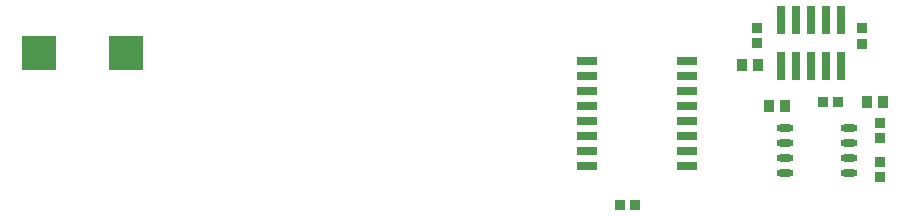
<source format=gbr>
%TF.GenerationSoftware,Altium Limited,Altium Designer,19.1.8 (144)*%
G04 Layer_Color=8421504*
%FSLAX26Y26*%
%MOIN*%
%TF.FileFunction,Paste,Top*%
%TF.Part,Single*%
G01*
G75*
%TA.AperFunction,SMDPad,CuDef*%
%ADD11R,0.037402X0.033465*%
%ADD12R,0.033465X0.037402*%
%ADD13R,0.029921X0.094488*%
%ADD14O,0.057087X0.023622*%
%ADD15R,0.035433X0.039370*%
%ADD16R,0.065748X0.029921*%
%ADD17R,0.118110X0.114173*%
D11*
X3978454Y3129910D02*
D03*
Y3078729D02*
D03*
X4040394Y2684252D02*
D03*
Y2633071D02*
D03*
X3631145Y3130591D02*
D03*
Y3079410D02*
D03*
X4040394Y2763071D02*
D03*
Y2814252D02*
D03*
D12*
X3172840Y2540238D02*
D03*
X3224021D02*
D03*
X3850079Y2883071D02*
D03*
X3901260D02*
D03*
D13*
X3910000Y3159016D02*
D03*
Y3005472D02*
D03*
X3860000Y3159016D02*
D03*
Y3005472D02*
D03*
X3810000Y3159016D02*
D03*
Y3005472D02*
D03*
X3760000Y3159016D02*
D03*
Y3005472D02*
D03*
X3710000Y3159016D02*
D03*
Y3005472D02*
D03*
D14*
X3723110Y2798071D02*
D03*
Y2748071D02*
D03*
Y2698071D02*
D03*
Y2648071D02*
D03*
X3937677Y2798071D02*
D03*
Y2748071D02*
D03*
Y2698071D02*
D03*
Y2648071D02*
D03*
D15*
X3578976Y3008228D02*
D03*
X3632126D02*
D03*
X3995118Y2883071D02*
D03*
X4048268D02*
D03*
X3723110Y2872283D02*
D03*
X3669961D02*
D03*
D16*
X3397953Y2670551D02*
D03*
Y2720551D02*
D03*
Y2770551D02*
D03*
Y2820551D02*
D03*
Y2870551D02*
D03*
Y2920551D02*
D03*
Y2970551D02*
D03*
Y3020551D02*
D03*
X3062126D02*
D03*
Y2970551D02*
D03*
Y2920551D02*
D03*
Y2870551D02*
D03*
Y2820551D02*
D03*
Y2770551D02*
D03*
Y2720551D02*
D03*
Y2670551D02*
D03*
D17*
X1237724Y3048374D02*
D03*
X1525126D02*
D03*
%TF.MD5,d97563c0e42982402ec24e4174a35f28*%
M02*

</source>
